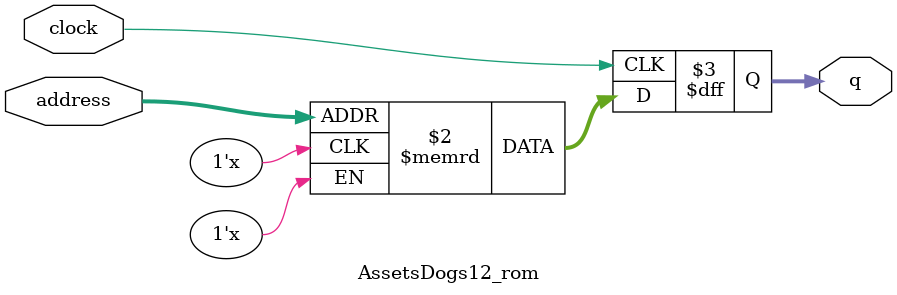
<source format=sv>
module AssetsDogs12_rom (
	input logic clock,
	input logic [13:0] address,
	output logic [3:0] q
);

logic [3:0] memory [0:10559] /* synthesis ram_init_file = "./AssetsDogs12/AssetsDogs12.mif" */;

always_ff @ (posedge clock) begin
	q <= memory[address];
end

endmodule

</source>
